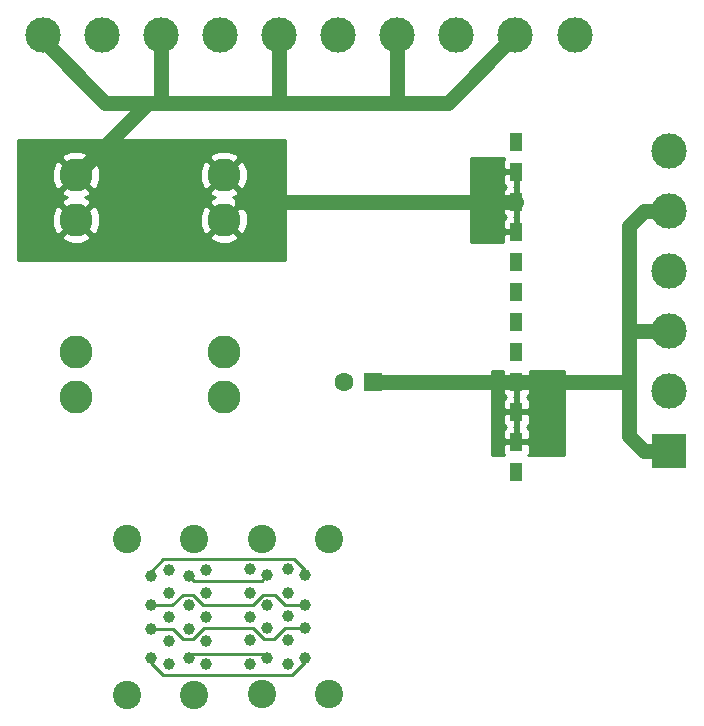
<source format=gbr>
G04 #@! TF.FileFunction,Copper,L2,Bot,Signal*
%FSLAX46Y46*%
G04 Gerber Fmt 4.6, Leading zero omitted, Abs format (unit mm)*
G04 Created by KiCad (PCBNEW 4.0.7) date 05/16/18 04:16:24*
%MOMM*%
%LPD*%
G01*
G04 APERTURE LIST*
%ADD10C,0.100000*%
%ADD11R,1.600000X1.600000*%
%ADD12C,1.600000*%
%ADD13C,2.400000*%
%ADD14C,1.000000*%
%ADD15R,3.000000X3.000000*%
%ADD16C,3.000000*%
%ADD17C,2.800000*%
%ADD18R,1.000000X1.524000*%
%ADD19C,1.250000*%
%ADD20C,0.250000*%
%ADD21C,0.500000*%
%ADD22C,0.254000*%
G04 APERTURE END LIST*
D10*
D11*
X124928000Y-103124000D03*
D12*
X122428000Y-103124000D03*
D13*
X104089272Y-129604668D03*
X109769272Y-129604668D03*
X109769272Y-116464668D03*
X104099272Y-116464668D03*
D14*
X106089272Y-119534668D03*
X106089272Y-126534668D03*
X106089272Y-124034668D03*
X106089272Y-122034668D03*
X107589272Y-119034668D03*
X107589272Y-121034668D03*
X107589272Y-123024668D03*
X107589272Y-125034668D03*
X107589272Y-127034668D03*
X109289272Y-126534668D03*
X109289272Y-124034668D03*
X109289272Y-122034668D03*
X109289272Y-119534668D03*
X110789272Y-119034668D03*
X110789272Y-121034668D03*
X110789272Y-123034668D03*
X110789272Y-125034668D03*
X110789272Y-127034668D03*
D13*
X121170272Y-129572668D03*
X115490272Y-129572668D03*
X115490272Y-116432668D03*
X121160272Y-116432668D03*
D14*
X119170272Y-119502668D03*
X119170272Y-126502668D03*
X119170272Y-124002668D03*
X119170272Y-122002668D03*
X117670272Y-119002668D03*
X117670272Y-121002668D03*
X117670272Y-122992668D03*
X117670272Y-125002668D03*
X117670272Y-127002668D03*
X115970272Y-126502668D03*
X115970272Y-124002668D03*
X115970272Y-122002668D03*
X115970272Y-119502668D03*
X114470272Y-119002668D03*
X114470272Y-121002668D03*
X114470272Y-123002668D03*
X114470272Y-125002668D03*
X114470272Y-127002668D03*
D15*
X149987000Y-108966000D03*
D16*
X149987000Y-103886000D03*
X149987000Y-98806000D03*
X149987000Y-93726000D03*
X149987000Y-88646000D03*
X149987000Y-83566000D03*
D17*
X99768000Y-85608000D03*
X99768000Y-89408000D03*
X112268000Y-85608000D03*
X112268000Y-89408000D03*
X99768000Y-100608000D03*
X99768000Y-104408000D03*
X112268000Y-100608000D03*
X112268000Y-104408000D03*
D16*
X96967000Y-73787000D03*
X101957000Y-73797000D03*
X106957000Y-73797000D03*
X111967000Y-73787000D03*
X116967000Y-73787000D03*
X121957000Y-73797000D03*
X126957000Y-73797000D03*
X131967000Y-73787000D03*
X136967000Y-73787000D03*
X141967000Y-73787000D03*
D18*
X137033000Y-82804000D03*
X137033000Y-85344000D03*
X137033000Y-87884000D03*
X137033000Y-90424000D03*
X137033000Y-95504000D03*
X137033000Y-100584000D03*
X137033000Y-92964000D03*
X137033000Y-98044000D03*
X137033000Y-110744000D03*
X137033000Y-103124000D03*
X137033000Y-105664000D03*
X137033000Y-108204000D03*
D19*
X144018000Y-103124000D02*
X146558000Y-103124000D01*
X127474000Y-103124000D02*
X124928000Y-103124000D01*
X136283000Y-103124000D02*
X137033000Y-103124000D01*
X127474000Y-103124000D02*
X136283000Y-103124000D01*
X146558000Y-103124000D02*
X146558000Y-107696000D01*
X146558000Y-98298000D02*
X146558000Y-103124000D01*
X144018000Y-103124000D02*
X137033000Y-103124000D01*
X146558000Y-107696000D02*
X147828000Y-108966000D01*
X147828000Y-108966000D02*
X149987000Y-108966000D01*
X146558000Y-98298000D02*
X146558000Y-98609514D01*
X146558000Y-89953680D02*
X146558000Y-98298000D01*
X149987000Y-88646000D02*
X147865680Y-88646000D01*
X147865680Y-88646000D02*
X146558000Y-89953680D01*
X146558000Y-98609514D02*
X146754486Y-98806000D01*
X146754486Y-98806000D02*
X149987000Y-98806000D01*
D20*
X106089272Y-119534668D02*
X106089272Y-119192674D01*
X118243374Y-118137853D02*
X119170272Y-119064751D01*
X106089272Y-119192674D02*
X107144093Y-118137853D01*
X107144093Y-118137853D02*
X118243374Y-118137853D01*
X119170272Y-119064751D02*
X119170272Y-119502668D01*
X106089272Y-126534668D02*
X106089272Y-126895455D01*
X106089272Y-126895455D02*
X107122519Y-127928702D01*
X107122519Y-127928702D02*
X118077384Y-127928702D01*
X118077384Y-127928702D02*
X119170272Y-126835814D01*
X119170272Y-126835814D02*
X119170272Y-126502668D01*
X106089272Y-124034668D02*
X107976643Y-124034668D01*
X107976643Y-124034668D02*
X108852927Y-124910952D01*
X108852927Y-124910952D02*
X109691986Y-124910952D01*
X114744555Y-123997953D02*
X115679890Y-124933288D01*
X115679890Y-124933288D02*
X116518650Y-124933288D01*
X109691986Y-124910952D02*
X110604985Y-123997953D01*
X110604985Y-123997953D02*
X114744555Y-123997953D01*
X116518650Y-124933288D02*
X117449270Y-124002668D01*
X117449270Y-124002668D02*
X118463166Y-124002668D01*
X118463166Y-124002668D02*
X119170272Y-124002668D01*
X106089272Y-122034668D02*
X107919261Y-122034668D01*
X115565239Y-121177667D02*
X116624269Y-121177667D01*
X118463166Y-122002668D02*
X119170272Y-122002668D01*
X107919261Y-122034668D02*
X108798282Y-121155647D01*
X108798282Y-121155647D02*
X109636381Y-121155647D01*
X109636381Y-121155647D02*
X110517432Y-122036698D01*
X110517432Y-122036698D02*
X114706208Y-122036698D01*
X114706208Y-122036698D02*
X115565239Y-121177667D01*
X116624269Y-121177667D02*
X117449270Y-122002668D01*
X117449270Y-122002668D02*
X118463166Y-122002668D01*
X109289272Y-126534668D02*
X109677957Y-126145983D01*
X109677957Y-126145983D02*
X115613587Y-126145983D01*
X115613587Y-126145983D02*
X115970272Y-126502668D01*
X109289272Y-119534668D02*
X109749100Y-119994496D01*
X109749100Y-119994496D02*
X115462102Y-119994496D01*
X115462102Y-119994496D02*
X115470273Y-120002667D01*
X115470273Y-120002667D02*
X115970272Y-119502668D01*
D19*
X96967000Y-73787000D02*
X96967000Y-74221874D01*
X102247126Y-79502000D02*
X106934000Y-79502000D01*
X96967000Y-74221874D02*
X102247126Y-79502000D01*
X137033000Y-87884000D02*
X113792000Y-87884000D01*
D20*
X113792000Y-87884000D02*
X112268000Y-89408000D01*
D19*
X127000000Y-79502000D02*
X131252000Y-79502000D01*
X131252000Y-79502000D02*
X136967000Y-73787000D01*
X127000000Y-79502000D02*
X126957000Y-79459000D01*
X126957000Y-79459000D02*
X126957000Y-73797000D01*
X116840000Y-79502000D02*
X127000000Y-79502000D01*
X106680000Y-79502000D02*
X116840000Y-79502000D01*
X116840000Y-79502000D02*
X116967000Y-79375000D01*
X116967000Y-79375000D02*
X116967000Y-73787000D01*
X106680000Y-79502000D02*
X105874000Y-79502000D01*
X106934000Y-79502000D02*
X106680000Y-79502000D01*
X105874000Y-79502000D02*
X99768000Y-85608000D01*
X106934000Y-79502000D02*
X106957000Y-79479000D01*
X106957000Y-79479000D02*
X106957000Y-73797000D01*
D21*
X113284000Y-90424000D02*
X112268000Y-89408000D01*
D19*
X112532000Y-85344000D02*
X112268000Y-85608000D01*
D22*
G36*
X117475000Y-92837000D02*
X94869000Y-92837000D01*
X94869000Y-90849724D01*
X98505882Y-90849724D01*
X98653455Y-91158106D01*
X99408031Y-91451405D01*
X100217409Y-91433614D01*
X100882545Y-91158106D01*
X101030118Y-90849724D01*
X111005882Y-90849724D01*
X111153455Y-91158106D01*
X111908031Y-91451405D01*
X112717409Y-91433614D01*
X113382545Y-91158106D01*
X113530118Y-90849724D01*
X112268000Y-89587605D01*
X111005882Y-90849724D01*
X101030118Y-90849724D01*
X99768000Y-89587605D01*
X98505882Y-90849724D01*
X94869000Y-90849724D01*
X94869000Y-89048031D01*
X97724595Y-89048031D01*
X97742386Y-89857409D01*
X98017894Y-90522545D01*
X98326276Y-90670118D01*
X99588395Y-89408000D01*
X99947605Y-89408000D01*
X101209724Y-90670118D01*
X101518106Y-90522545D01*
X101811405Y-89767969D01*
X101795580Y-89048031D01*
X110224595Y-89048031D01*
X110242386Y-89857409D01*
X110517894Y-90522545D01*
X110826276Y-90670118D01*
X112088395Y-89408000D01*
X112447605Y-89408000D01*
X113709724Y-90670118D01*
X114018106Y-90522545D01*
X114311405Y-89767969D01*
X114293614Y-88958591D01*
X114018106Y-88293455D01*
X113709724Y-88145882D01*
X112447605Y-89408000D01*
X112088395Y-89408000D01*
X110826276Y-88145882D01*
X110517894Y-88293455D01*
X110224595Y-89048031D01*
X101795580Y-89048031D01*
X101793614Y-88958591D01*
X101518106Y-88293455D01*
X101209724Y-88145882D01*
X99947605Y-89408000D01*
X99588395Y-89408000D01*
X98326276Y-88145882D01*
X98017894Y-88293455D01*
X97724595Y-89048031D01*
X94869000Y-89048031D01*
X94869000Y-87049724D01*
X98505882Y-87049724D01*
X98653455Y-87358106D01*
X99026833Y-87503236D01*
X98653455Y-87657894D01*
X98505882Y-87966276D01*
X99768000Y-89228395D01*
X101030118Y-87966276D01*
X100882545Y-87657894D01*
X100509167Y-87512764D01*
X100882545Y-87358106D01*
X101030118Y-87049724D01*
X111005882Y-87049724D01*
X111153455Y-87358106D01*
X111526833Y-87503236D01*
X111153455Y-87657894D01*
X111005882Y-87966276D01*
X112268000Y-89228395D01*
X113530118Y-87966276D01*
X113382545Y-87657894D01*
X113009167Y-87512764D01*
X113382545Y-87358106D01*
X113530118Y-87049724D01*
X112268000Y-85787605D01*
X111005882Y-87049724D01*
X101030118Y-87049724D01*
X99768000Y-85787605D01*
X98505882Y-87049724D01*
X94869000Y-87049724D01*
X94869000Y-85248031D01*
X97724595Y-85248031D01*
X97742386Y-86057409D01*
X98017894Y-86722545D01*
X98326276Y-86870118D01*
X99588395Y-85608000D01*
X99947605Y-85608000D01*
X101209724Y-86870118D01*
X101518106Y-86722545D01*
X101811405Y-85967969D01*
X101795580Y-85248031D01*
X110224595Y-85248031D01*
X110242386Y-86057409D01*
X110517894Y-86722545D01*
X110826276Y-86870118D01*
X112088395Y-85608000D01*
X112447605Y-85608000D01*
X113709724Y-86870118D01*
X114018106Y-86722545D01*
X114311405Y-85967969D01*
X114293614Y-85158591D01*
X114018106Y-84493455D01*
X113709724Y-84345882D01*
X112447605Y-85608000D01*
X112088395Y-85608000D01*
X110826276Y-84345882D01*
X110517894Y-84493455D01*
X110224595Y-85248031D01*
X101795580Y-85248031D01*
X101793614Y-85158591D01*
X101518106Y-84493455D01*
X101209724Y-84345882D01*
X99947605Y-85608000D01*
X99588395Y-85608000D01*
X98326276Y-84345882D01*
X98017894Y-84493455D01*
X97724595Y-85248031D01*
X94869000Y-85248031D01*
X94869000Y-84166276D01*
X98505882Y-84166276D01*
X99768000Y-85428395D01*
X101030118Y-84166276D01*
X111005882Y-84166276D01*
X112268000Y-85428395D01*
X113530118Y-84166276D01*
X113382545Y-83857894D01*
X112627969Y-83564595D01*
X111818591Y-83582386D01*
X111153455Y-83857894D01*
X111005882Y-84166276D01*
X101030118Y-84166276D01*
X100882545Y-83857894D01*
X100127969Y-83564595D01*
X99318591Y-83582386D01*
X98653455Y-83857894D01*
X98505882Y-84166276D01*
X94869000Y-84166276D01*
X94869000Y-82677000D01*
X117475000Y-82677000D01*
X117475000Y-92837000D01*
X117475000Y-92837000D01*
G37*
X117475000Y-92837000D02*
X94869000Y-92837000D01*
X94869000Y-90849724D01*
X98505882Y-90849724D01*
X98653455Y-91158106D01*
X99408031Y-91451405D01*
X100217409Y-91433614D01*
X100882545Y-91158106D01*
X101030118Y-90849724D01*
X111005882Y-90849724D01*
X111153455Y-91158106D01*
X111908031Y-91451405D01*
X112717409Y-91433614D01*
X113382545Y-91158106D01*
X113530118Y-90849724D01*
X112268000Y-89587605D01*
X111005882Y-90849724D01*
X101030118Y-90849724D01*
X99768000Y-89587605D01*
X98505882Y-90849724D01*
X94869000Y-90849724D01*
X94869000Y-89048031D01*
X97724595Y-89048031D01*
X97742386Y-89857409D01*
X98017894Y-90522545D01*
X98326276Y-90670118D01*
X99588395Y-89408000D01*
X99947605Y-89408000D01*
X101209724Y-90670118D01*
X101518106Y-90522545D01*
X101811405Y-89767969D01*
X101795580Y-89048031D01*
X110224595Y-89048031D01*
X110242386Y-89857409D01*
X110517894Y-90522545D01*
X110826276Y-90670118D01*
X112088395Y-89408000D01*
X112447605Y-89408000D01*
X113709724Y-90670118D01*
X114018106Y-90522545D01*
X114311405Y-89767969D01*
X114293614Y-88958591D01*
X114018106Y-88293455D01*
X113709724Y-88145882D01*
X112447605Y-89408000D01*
X112088395Y-89408000D01*
X110826276Y-88145882D01*
X110517894Y-88293455D01*
X110224595Y-89048031D01*
X101795580Y-89048031D01*
X101793614Y-88958591D01*
X101518106Y-88293455D01*
X101209724Y-88145882D01*
X99947605Y-89408000D01*
X99588395Y-89408000D01*
X98326276Y-88145882D01*
X98017894Y-88293455D01*
X97724595Y-89048031D01*
X94869000Y-89048031D01*
X94869000Y-87049724D01*
X98505882Y-87049724D01*
X98653455Y-87358106D01*
X99026833Y-87503236D01*
X98653455Y-87657894D01*
X98505882Y-87966276D01*
X99768000Y-89228395D01*
X101030118Y-87966276D01*
X100882545Y-87657894D01*
X100509167Y-87512764D01*
X100882545Y-87358106D01*
X101030118Y-87049724D01*
X111005882Y-87049724D01*
X111153455Y-87358106D01*
X111526833Y-87503236D01*
X111153455Y-87657894D01*
X111005882Y-87966276D01*
X112268000Y-89228395D01*
X113530118Y-87966276D01*
X113382545Y-87657894D01*
X113009167Y-87512764D01*
X113382545Y-87358106D01*
X113530118Y-87049724D01*
X112268000Y-85787605D01*
X111005882Y-87049724D01*
X101030118Y-87049724D01*
X99768000Y-85787605D01*
X98505882Y-87049724D01*
X94869000Y-87049724D01*
X94869000Y-85248031D01*
X97724595Y-85248031D01*
X97742386Y-86057409D01*
X98017894Y-86722545D01*
X98326276Y-86870118D01*
X99588395Y-85608000D01*
X99947605Y-85608000D01*
X101209724Y-86870118D01*
X101518106Y-86722545D01*
X101811405Y-85967969D01*
X101795580Y-85248031D01*
X110224595Y-85248031D01*
X110242386Y-86057409D01*
X110517894Y-86722545D01*
X110826276Y-86870118D01*
X112088395Y-85608000D01*
X112447605Y-85608000D01*
X113709724Y-86870118D01*
X114018106Y-86722545D01*
X114311405Y-85967969D01*
X114293614Y-85158591D01*
X114018106Y-84493455D01*
X113709724Y-84345882D01*
X112447605Y-85608000D01*
X112088395Y-85608000D01*
X110826276Y-84345882D01*
X110517894Y-84493455D01*
X110224595Y-85248031D01*
X101795580Y-85248031D01*
X101793614Y-85158591D01*
X101518106Y-84493455D01*
X101209724Y-84345882D01*
X99947605Y-85608000D01*
X99588395Y-85608000D01*
X98326276Y-84345882D01*
X98017894Y-84493455D01*
X97724595Y-85248031D01*
X94869000Y-85248031D01*
X94869000Y-84166276D01*
X98505882Y-84166276D01*
X99768000Y-85428395D01*
X101030118Y-84166276D01*
X111005882Y-84166276D01*
X112268000Y-85428395D01*
X113530118Y-84166276D01*
X113382545Y-83857894D01*
X112627969Y-83564595D01*
X111818591Y-83582386D01*
X111153455Y-83857894D01*
X111005882Y-84166276D01*
X101030118Y-84166276D01*
X100882545Y-83857894D01*
X100127969Y-83564595D01*
X99318591Y-83582386D01*
X98653455Y-83857894D01*
X98505882Y-84166276D01*
X94869000Y-84166276D01*
X94869000Y-82677000D01*
X117475000Y-82677000D01*
X117475000Y-92837000D01*
G36*
X135898000Y-102235691D02*
X135898000Y-102838250D01*
X136056750Y-102997000D01*
X136906000Y-102997000D01*
X136906000Y-102977000D01*
X137160000Y-102977000D01*
X137160000Y-102997000D01*
X138009250Y-102997000D01*
X138168000Y-102838250D01*
X138168000Y-102235691D01*
X138167714Y-102235000D01*
X141097000Y-102235000D01*
X141097000Y-109347000D01*
X138050025Y-109347000D01*
X138071327Y-109325698D01*
X138168000Y-109092309D01*
X138168000Y-108489750D01*
X138009250Y-108331000D01*
X137160000Y-108331000D01*
X137160000Y-108351000D01*
X136906000Y-108351000D01*
X136906000Y-108331000D01*
X136056750Y-108331000D01*
X135898000Y-108489750D01*
X135898000Y-109092309D01*
X135994673Y-109325698D01*
X136015975Y-109347000D01*
X135001000Y-109347000D01*
X135001000Y-105949750D01*
X135898000Y-105949750D01*
X135898000Y-106552309D01*
X135994673Y-106785698D01*
X136142974Y-106934000D01*
X135994673Y-107082302D01*
X135898000Y-107315691D01*
X135898000Y-107918250D01*
X136056750Y-108077000D01*
X136906000Y-108077000D01*
X136906000Y-106965750D01*
X136874250Y-106934000D01*
X136906000Y-106902250D01*
X136906000Y-105791000D01*
X137160000Y-105791000D01*
X137160000Y-106902250D01*
X137191750Y-106934000D01*
X137160000Y-106965750D01*
X137160000Y-108077000D01*
X138009250Y-108077000D01*
X138168000Y-107918250D01*
X138168000Y-107315691D01*
X138071327Y-107082302D01*
X137923026Y-106934000D01*
X138071327Y-106785698D01*
X138168000Y-106552309D01*
X138168000Y-105949750D01*
X138009250Y-105791000D01*
X137160000Y-105791000D01*
X136906000Y-105791000D01*
X136056750Y-105791000D01*
X135898000Y-105949750D01*
X135001000Y-105949750D01*
X135001000Y-103409750D01*
X135898000Y-103409750D01*
X135898000Y-104012309D01*
X135994673Y-104245698D01*
X136142974Y-104394000D01*
X135994673Y-104542302D01*
X135898000Y-104775691D01*
X135898000Y-105378250D01*
X136056750Y-105537000D01*
X136906000Y-105537000D01*
X136906000Y-104425750D01*
X136874250Y-104394000D01*
X136906000Y-104362250D01*
X136906000Y-103251000D01*
X137160000Y-103251000D01*
X137160000Y-104362250D01*
X137191750Y-104394000D01*
X137160000Y-104425750D01*
X137160000Y-105537000D01*
X138009250Y-105537000D01*
X138168000Y-105378250D01*
X138168000Y-104775691D01*
X138071327Y-104542302D01*
X137923026Y-104394000D01*
X138071327Y-104245698D01*
X138168000Y-104012309D01*
X138168000Y-103409750D01*
X138009250Y-103251000D01*
X137160000Y-103251000D01*
X136906000Y-103251000D01*
X136056750Y-103251000D01*
X135898000Y-103409750D01*
X135001000Y-103409750D01*
X135001000Y-102235000D01*
X135898286Y-102235000D01*
X135898000Y-102235691D01*
X135898000Y-102235691D01*
G37*
X135898000Y-102235691D02*
X135898000Y-102838250D01*
X136056750Y-102997000D01*
X136906000Y-102997000D01*
X136906000Y-102977000D01*
X137160000Y-102977000D01*
X137160000Y-102997000D01*
X138009250Y-102997000D01*
X138168000Y-102838250D01*
X138168000Y-102235691D01*
X138167714Y-102235000D01*
X141097000Y-102235000D01*
X141097000Y-109347000D01*
X138050025Y-109347000D01*
X138071327Y-109325698D01*
X138168000Y-109092309D01*
X138168000Y-108489750D01*
X138009250Y-108331000D01*
X137160000Y-108331000D01*
X137160000Y-108351000D01*
X136906000Y-108351000D01*
X136906000Y-108331000D01*
X136056750Y-108331000D01*
X135898000Y-108489750D01*
X135898000Y-109092309D01*
X135994673Y-109325698D01*
X136015975Y-109347000D01*
X135001000Y-109347000D01*
X135001000Y-105949750D01*
X135898000Y-105949750D01*
X135898000Y-106552309D01*
X135994673Y-106785698D01*
X136142974Y-106934000D01*
X135994673Y-107082302D01*
X135898000Y-107315691D01*
X135898000Y-107918250D01*
X136056750Y-108077000D01*
X136906000Y-108077000D01*
X136906000Y-106965750D01*
X136874250Y-106934000D01*
X136906000Y-106902250D01*
X136906000Y-105791000D01*
X137160000Y-105791000D01*
X137160000Y-106902250D01*
X137191750Y-106934000D01*
X137160000Y-106965750D01*
X137160000Y-108077000D01*
X138009250Y-108077000D01*
X138168000Y-107918250D01*
X138168000Y-107315691D01*
X138071327Y-107082302D01*
X137923026Y-106934000D01*
X138071327Y-106785698D01*
X138168000Y-106552309D01*
X138168000Y-105949750D01*
X138009250Y-105791000D01*
X137160000Y-105791000D01*
X136906000Y-105791000D01*
X136056750Y-105791000D01*
X135898000Y-105949750D01*
X135001000Y-105949750D01*
X135001000Y-103409750D01*
X135898000Y-103409750D01*
X135898000Y-104012309D01*
X135994673Y-104245698D01*
X136142974Y-104394000D01*
X135994673Y-104542302D01*
X135898000Y-104775691D01*
X135898000Y-105378250D01*
X136056750Y-105537000D01*
X136906000Y-105537000D01*
X136906000Y-104425750D01*
X136874250Y-104394000D01*
X136906000Y-104362250D01*
X136906000Y-103251000D01*
X137160000Y-103251000D01*
X137160000Y-104362250D01*
X137191750Y-104394000D01*
X137160000Y-104425750D01*
X137160000Y-105537000D01*
X138009250Y-105537000D01*
X138168000Y-105378250D01*
X138168000Y-104775691D01*
X138071327Y-104542302D01*
X137923026Y-104394000D01*
X138071327Y-104245698D01*
X138168000Y-104012309D01*
X138168000Y-103409750D01*
X138009250Y-103251000D01*
X137160000Y-103251000D01*
X136906000Y-103251000D01*
X136056750Y-103251000D01*
X135898000Y-103409750D01*
X135001000Y-103409750D01*
X135001000Y-102235000D01*
X135898286Y-102235000D01*
X135898000Y-102235691D01*
G36*
X135994673Y-84222302D02*
X135898000Y-84455691D01*
X135898000Y-85058250D01*
X136056750Y-85217000D01*
X136906000Y-85217000D01*
X136906000Y-85197000D01*
X137160000Y-85197000D01*
X137160000Y-85217000D01*
X137180000Y-85217000D01*
X137180000Y-85471000D01*
X137160000Y-85471000D01*
X137160000Y-86582250D01*
X137191750Y-86614000D01*
X137160000Y-86645750D01*
X137160000Y-87757000D01*
X137180000Y-87757000D01*
X137180000Y-88011000D01*
X137160000Y-88011000D01*
X137160000Y-89122250D01*
X137191750Y-89154000D01*
X137160000Y-89185750D01*
X137160000Y-90297000D01*
X137180000Y-90297000D01*
X137180000Y-90551000D01*
X137160000Y-90551000D01*
X137160000Y-90571000D01*
X136906000Y-90571000D01*
X136906000Y-90551000D01*
X136056750Y-90551000D01*
X135898000Y-90709750D01*
X135898000Y-91312309D01*
X135901315Y-91320312D01*
X133223000Y-91320312D01*
X133223000Y-88169750D01*
X135898000Y-88169750D01*
X135898000Y-88772309D01*
X135994673Y-89005698D01*
X136142974Y-89154000D01*
X135994673Y-89302302D01*
X135898000Y-89535691D01*
X135898000Y-90138250D01*
X136056750Y-90297000D01*
X136906000Y-90297000D01*
X136906000Y-89185750D01*
X136874250Y-89154000D01*
X136906000Y-89122250D01*
X136906000Y-88011000D01*
X136056750Y-88011000D01*
X135898000Y-88169750D01*
X133223000Y-88169750D01*
X133223000Y-85629750D01*
X135898000Y-85629750D01*
X135898000Y-86232309D01*
X135994673Y-86465698D01*
X136142974Y-86614000D01*
X135994673Y-86762302D01*
X135898000Y-86995691D01*
X135898000Y-87598250D01*
X136056750Y-87757000D01*
X136906000Y-87757000D01*
X136906000Y-86645750D01*
X136874250Y-86614000D01*
X136906000Y-86582250D01*
X136906000Y-85471000D01*
X136056750Y-85471000D01*
X135898000Y-85629750D01*
X133223000Y-85629750D01*
X133223000Y-84208312D01*
X136008663Y-84208312D01*
X135994673Y-84222302D01*
X135994673Y-84222302D01*
G37*
X135994673Y-84222302D02*
X135898000Y-84455691D01*
X135898000Y-85058250D01*
X136056750Y-85217000D01*
X136906000Y-85217000D01*
X136906000Y-85197000D01*
X137160000Y-85197000D01*
X137160000Y-85217000D01*
X137180000Y-85217000D01*
X137180000Y-85471000D01*
X137160000Y-85471000D01*
X137160000Y-86582250D01*
X137191750Y-86614000D01*
X137160000Y-86645750D01*
X137160000Y-87757000D01*
X137180000Y-87757000D01*
X137180000Y-88011000D01*
X137160000Y-88011000D01*
X137160000Y-89122250D01*
X137191750Y-89154000D01*
X137160000Y-89185750D01*
X137160000Y-90297000D01*
X137180000Y-90297000D01*
X137180000Y-90551000D01*
X137160000Y-90551000D01*
X137160000Y-90571000D01*
X136906000Y-90571000D01*
X136906000Y-90551000D01*
X136056750Y-90551000D01*
X135898000Y-90709750D01*
X135898000Y-91312309D01*
X135901315Y-91320312D01*
X133223000Y-91320312D01*
X133223000Y-88169750D01*
X135898000Y-88169750D01*
X135898000Y-88772309D01*
X135994673Y-89005698D01*
X136142974Y-89154000D01*
X135994673Y-89302302D01*
X135898000Y-89535691D01*
X135898000Y-90138250D01*
X136056750Y-90297000D01*
X136906000Y-90297000D01*
X136906000Y-89185750D01*
X136874250Y-89154000D01*
X136906000Y-89122250D01*
X136906000Y-88011000D01*
X136056750Y-88011000D01*
X135898000Y-88169750D01*
X133223000Y-88169750D01*
X133223000Y-85629750D01*
X135898000Y-85629750D01*
X135898000Y-86232309D01*
X135994673Y-86465698D01*
X136142974Y-86614000D01*
X135994673Y-86762302D01*
X135898000Y-86995691D01*
X135898000Y-87598250D01*
X136056750Y-87757000D01*
X136906000Y-87757000D01*
X136906000Y-86645750D01*
X136874250Y-86614000D01*
X136906000Y-86582250D01*
X136906000Y-85471000D01*
X136056750Y-85471000D01*
X135898000Y-85629750D01*
X133223000Y-85629750D01*
X133223000Y-84208312D01*
X136008663Y-84208312D01*
X135994673Y-84222302D01*
M02*

</source>
